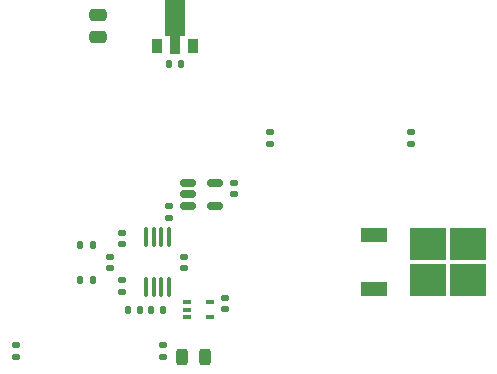
<source format=gtp>
G04 #@! TF.GenerationSoftware,KiCad,Pcbnew,6.0.0*
G04 #@! TF.CreationDate,2022-01-10T14:37:38+01:00*
G04 #@! TF.ProjectId,thermostat,74686572-6d6f-4737-9461-742e6b696361,rev?*
G04 #@! TF.SameCoordinates,Original*
G04 #@! TF.FileFunction,Paste,Top*
G04 #@! TF.FilePolarity,Positive*
%FSLAX46Y46*%
G04 Gerber Fmt 4.6, Leading zero omitted, Abs format (unit mm)*
G04 Created by KiCad (PCBNEW 6.0.0) date 2022-01-10 14:37:38*
%MOMM*%
%LPD*%
G01*
G04 APERTURE LIST*
G04 Aperture macros list*
%AMRoundRect*
0 Rectangle with rounded corners*
0 $1 Rounding radius*
0 $2 $3 $4 $5 $6 $7 $8 $9 X,Y pos of 4 corners*
0 Add a 4 corners polygon primitive as box body*
4,1,4,$2,$3,$4,$5,$6,$7,$8,$9,$2,$3,0*
0 Add four circle primitives for the rounded corners*
1,1,$1+$1,$2,$3*
1,1,$1+$1,$4,$5*
1,1,$1+$1,$6,$7*
1,1,$1+$1,$8,$9*
0 Add four rect primitives between the rounded corners*
20,1,$1+$1,$2,$3,$4,$5,0*
20,1,$1+$1,$4,$5,$6,$7,0*
20,1,$1+$1,$6,$7,$8,$9,0*
20,1,$1+$1,$8,$9,$2,$3,0*%
%AMFreePoly0*
4,1,9,3.862500,-0.866500,0.737500,-0.866500,0.737500,-0.450000,-0.737500,-0.450000,-0.737500,0.450000,0.737500,0.450000,0.737500,0.866500,3.862500,0.866500,3.862500,-0.866500,3.862500,-0.866500,$1*%
G04 Aperture macros list end*
%ADD10RoundRect,0.140000X0.140000X0.170000X-0.140000X0.170000X-0.140000X-0.170000X0.140000X-0.170000X0*%
%ADD11RoundRect,0.100000X0.100000X-0.712500X0.100000X0.712500X-0.100000X0.712500X-0.100000X-0.712500X0*%
%ADD12RoundRect,0.140000X0.170000X-0.140000X0.170000X0.140000X-0.170000X0.140000X-0.170000X-0.140000X0*%
%ADD13R,2.200000X1.200000*%
%ADD14R,3.050000X2.750000*%
%ADD15RoundRect,0.150000X-0.512500X-0.150000X0.512500X-0.150000X0.512500X0.150000X-0.512500X0.150000X0*%
%ADD16RoundRect,0.135000X0.185000X-0.135000X0.185000X0.135000X-0.185000X0.135000X-0.185000X-0.135000X0*%
%ADD17RoundRect,0.135000X0.135000X0.185000X-0.135000X0.185000X-0.135000X-0.185000X0.135000X-0.185000X0*%
%ADD18RoundRect,0.140000X-0.170000X0.140000X-0.170000X-0.140000X0.170000X-0.140000X0.170000X0.140000X0*%
%ADD19RoundRect,0.135000X-0.185000X0.135000X-0.185000X-0.135000X0.185000X-0.135000X0.185000X0.135000X0*%
%ADD20RoundRect,0.243750X-0.243750X-0.456250X0.243750X-0.456250X0.243750X0.456250X-0.243750X0.456250X0*%
%ADD21R,0.650000X0.400000*%
%ADD22RoundRect,0.250000X-0.475000X0.250000X-0.475000X-0.250000X0.475000X-0.250000X0.475000X0.250000X0*%
%ADD23R,0.900000X1.300000*%
%ADD24FreePoly0,90.000000*%
%ADD25RoundRect,0.135000X-0.135000X-0.185000X0.135000X-0.185000X0.135000X0.185000X-0.135000X0.185000X0*%
G04 APERTURE END LIST*
D10*
X148020000Y-88250000D03*
X148980000Y-88250000D03*
D11*
X146025000Y-107112500D03*
X146675000Y-107112500D03*
X147325000Y-107112500D03*
X147975000Y-107112500D03*
X147975000Y-102887500D03*
X147325000Y-102887500D03*
X146675000Y-102887500D03*
X146025000Y-102887500D03*
D12*
X144000000Y-103480000D03*
X144000000Y-102520000D03*
D13*
X165300000Y-107280000D03*
X165300000Y-102720000D03*
D14*
X173275000Y-103475000D03*
X169925000Y-106525000D03*
X169925000Y-103475000D03*
X173275000Y-106525000D03*
D15*
X149612500Y-98300000D03*
X149612500Y-99250000D03*
X149612500Y-100200000D03*
X151887500Y-100200000D03*
X151887500Y-98300000D03*
D16*
X168500000Y-95010000D03*
X168500000Y-93990000D03*
D17*
X141510000Y-103500000D03*
X140490000Y-103500000D03*
D18*
X152750000Y-108980000D03*
X152750000Y-108020000D03*
D12*
X144000000Y-107480000D03*
X144000000Y-106520000D03*
D17*
X145510000Y-109000000D03*
X144490000Y-109000000D03*
D18*
X149250000Y-105480000D03*
X149250000Y-104520000D03*
D16*
X148000000Y-100240000D03*
X148000000Y-101260000D03*
D19*
X135000000Y-113010000D03*
X135000000Y-111990000D03*
D20*
X151000000Y-113000000D03*
X149125000Y-113000000D03*
D19*
X156500000Y-93990000D03*
X156500000Y-95010000D03*
D12*
X143000000Y-105480000D03*
X143000000Y-104520000D03*
D21*
X149550000Y-108350000D03*
X149550000Y-109000000D03*
X149550000Y-109650000D03*
X151450000Y-109650000D03*
X151450000Y-108350000D03*
D18*
X153500000Y-99230000D03*
X153500000Y-98270000D03*
D17*
X147510000Y-109000000D03*
X146490000Y-109000000D03*
D16*
X147500000Y-113010000D03*
X147500000Y-111990000D03*
D22*
X142000000Y-85950000D03*
X142000000Y-84050000D03*
D23*
X147000000Y-86650000D03*
D24*
X148500000Y-86562500D03*
D23*
X150000000Y-86650000D03*
D25*
X140490000Y-106500000D03*
X141510000Y-106500000D03*
M02*

</source>
